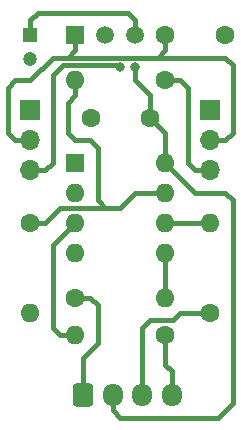
<source format=gtl>
G04 #@! TF.GenerationSoftware,KiCad,Pcbnew,(5.1.8)-1*
G04 #@! TF.CreationDate,2023-09-30T03:10:54+02:00*
G04 #@! TF.ProjectId,RC Exhaust System RGB,52432045-7868-4617-9573-742053797374,rev?*
G04 #@! TF.SameCoordinates,Original*
G04 #@! TF.FileFunction,Copper,L1,Top*
G04 #@! TF.FilePolarity,Positive*
%FSLAX46Y46*%
G04 Gerber Fmt 4.6, Leading zero omitted, Abs format (unit mm)*
G04 Created by KiCad (PCBNEW (5.1.8)-1) date 2023-09-30 03:10:54*
%MOMM*%
%LPD*%
G01*
G04 APERTURE LIST*
G04 #@! TA.AperFunction,ComponentPad*
%ADD10C,1.600000*%
G04 #@! TD*
G04 #@! TA.AperFunction,ComponentPad*
%ADD11O,1.600000X1.600000*%
G04 #@! TD*
G04 #@! TA.AperFunction,ComponentPad*
%ADD12O,1.700000X1.700000*%
G04 #@! TD*
G04 #@! TA.AperFunction,ComponentPad*
%ADD13R,1.700000X1.700000*%
G04 #@! TD*
G04 #@! TA.AperFunction,ComponentPad*
%ADD14R,1.600000X1.600000*%
G04 #@! TD*
G04 #@! TA.AperFunction,ComponentPad*
%ADD15R,1.200000X1.200000*%
G04 #@! TD*
G04 #@! TA.AperFunction,ComponentPad*
%ADD16C,1.200000*%
G04 #@! TD*
G04 #@! TA.AperFunction,ComponentPad*
%ADD17C,1.500000*%
G04 #@! TD*
G04 #@! TA.AperFunction,ComponentPad*
%ADD18R,1.500000X1.500000*%
G04 #@! TD*
G04 #@! TA.AperFunction,ComponentPad*
%ADD19O,1.700000X1.950000*%
G04 #@! TD*
G04 #@! TA.AperFunction,ViaPad*
%ADD20C,0.800000*%
G04 #@! TD*
G04 #@! TA.AperFunction,Conductor*
%ADD21C,0.381000*%
G04 #@! TD*
G04 APERTURE END LIST*
D10*
X84455000Y-76835000D03*
X89455000Y-76835000D03*
X78185000Y-83820000D03*
X83185000Y-83820000D03*
X76835000Y-99060000D03*
D11*
X84455000Y-99060000D03*
X88265000Y-92710000D03*
D10*
X88265000Y-100330000D03*
D12*
X88265000Y-88265000D03*
X88265000Y-85725000D03*
D13*
X88265000Y-83185000D03*
D14*
X76835000Y-87630000D03*
D11*
X84455000Y-95250000D03*
X76835000Y-90170000D03*
X84455000Y-92710000D03*
X76835000Y-92710000D03*
X84455000Y-90170000D03*
X76835000Y-95250000D03*
X84455000Y-87630000D03*
D15*
X73025000Y-76835000D03*
D16*
X73025000Y-78835000D03*
D13*
X73025000Y-83185000D03*
D12*
X73025000Y-85725000D03*
X73025000Y-88265000D03*
D17*
X79375000Y-76835000D03*
X81915000Y-76835000D03*
D18*
X76835000Y-76835000D03*
D10*
X84455000Y-102235000D03*
D11*
X76835000Y-102235000D03*
X76835000Y-80645000D03*
D10*
X84455000Y-80645000D03*
X73025000Y-92710000D03*
D11*
X73025000Y-100330000D03*
G04 #@! TA.AperFunction,ComponentPad*
G36*
G01*
X76620000Y-108040000D02*
X76620000Y-106590000D01*
G75*
G02*
X76870000Y-106340000I250000J0D01*
G01*
X78070000Y-106340000D01*
G75*
G02*
X78320000Y-106590000I0J-250000D01*
G01*
X78320000Y-108040000D01*
G75*
G02*
X78070000Y-108290000I-250000J0D01*
G01*
X76870000Y-108290000D01*
G75*
G02*
X76620000Y-108040000I0J250000D01*
G01*
G37*
G04 #@! TD.AperFunction*
D19*
X79970000Y-107315000D03*
X82470000Y-107315000D03*
X84970000Y-107315000D03*
D20*
X81915000Y-79530500D03*
X80645000Y-79530500D03*
D21*
X73025000Y-76835000D02*
X73025000Y-75565000D01*
X73025000Y-75565000D02*
X73660000Y-74930000D01*
X73660000Y-74930000D02*
X81280000Y-74930000D01*
X81915000Y-75565000D02*
X81915000Y-76835000D01*
X81280000Y-74930000D02*
X81915000Y-75565000D01*
X84455000Y-85090000D02*
X83185000Y-83820000D01*
X84455000Y-87630000D02*
X84455000Y-85090000D01*
X81915000Y-80645000D02*
X81915000Y-79530500D01*
X83185000Y-81915000D02*
X81915000Y-80645000D01*
X83185000Y-83820000D02*
X83185000Y-81915000D01*
X84455000Y-87630000D02*
X86995000Y-90170000D01*
X86995000Y-90170000D02*
X89535000Y-90170000D01*
X89535000Y-90170000D02*
X90170000Y-90805000D01*
X90170000Y-90805000D02*
X90170000Y-107950000D01*
X90170000Y-107950000D02*
X88900000Y-109220000D01*
X88900000Y-109220000D02*
X80645000Y-109220000D01*
X79970000Y-108545000D02*
X79970000Y-107315000D01*
X80645000Y-109220000D02*
X79970000Y-108545000D01*
X76835000Y-76835000D02*
X76835000Y-78105000D01*
X77470000Y-78740000D02*
X83820000Y-78740000D01*
X84455000Y-78105000D02*
X84455000Y-76835000D01*
X83820000Y-78740000D02*
X84455000Y-78105000D01*
X83820000Y-78740000D02*
X89535000Y-78740000D01*
X89535000Y-78740000D02*
X90170000Y-79375000D01*
X90170000Y-79375000D02*
X90170000Y-85090000D01*
X89535000Y-85725000D02*
X88265000Y-85725000D01*
X90170000Y-85090000D02*
X89535000Y-85725000D01*
X76835000Y-78105000D02*
X76200000Y-78740000D01*
X76200000Y-78740000D02*
X77470000Y-78740000D01*
X74930000Y-78740000D02*
X76200000Y-78740000D01*
X71755000Y-80645000D02*
X73025000Y-80645000D01*
X71120000Y-85090000D02*
X71120000Y-81280000D01*
X73025000Y-80645000D02*
X74930000Y-78740000D01*
X71755000Y-85725000D02*
X71120000Y-85090000D01*
X71120000Y-81280000D02*
X71755000Y-80645000D01*
X73025000Y-85725000D02*
X71755000Y-85725000D01*
X81915000Y-90170000D02*
X84455000Y-90170000D01*
X80645000Y-91440000D02*
X81915000Y-90170000D01*
X78740000Y-86360000D02*
X78740000Y-90805000D01*
X78105000Y-85725000D02*
X78740000Y-86360000D01*
X76835000Y-85725000D02*
X78105000Y-85725000D01*
X76200000Y-85090000D02*
X76835000Y-85725000D01*
X76835000Y-81915000D02*
X76200000Y-82550000D01*
X76835000Y-80645000D02*
X76835000Y-81915000D01*
X76200000Y-82550000D02*
X76200000Y-85090000D01*
X78740000Y-90805000D02*
X79375000Y-91440000D01*
X79375000Y-91440000D02*
X80645000Y-91440000D01*
X75565000Y-91440000D02*
X78105000Y-91440000D01*
X74295000Y-92710000D02*
X75565000Y-91440000D01*
X78105000Y-91440000D02*
X79375000Y-91440000D01*
X73025000Y-92710000D02*
X74295000Y-92710000D01*
X84455000Y-95250000D02*
X84455000Y-99060000D01*
X84455000Y-92710000D02*
X88265000Y-92710000D01*
X76835000Y-99060000D02*
X78105000Y-99060000D01*
X78105000Y-99060000D02*
X78740000Y-99695000D01*
X78740000Y-99695000D02*
X78740000Y-102870000D01*
X77470000Y-104140000D02*
X77470000Y-107315000D01*
X78740000Y-102870000D02*
X77470000Y-104140000D01*
X88265000Y-88265000D02*
X86995000Y-88265000D01*
X86995000Y-88265000D02*
X86360000Y-87630000D01*
X86360000Y-87630000D02*
X86360000Y-81280000D01*
X85725000Y-80645000D02*
X84455000Y-80645000D01*
X86360000Y-81280000D02*
X85725000Y-80645000D01*
X73025000Y-88265000D02*
X74295000Y-88265000D01*
X74295000Y-88265000D02*
X74930000Y-87630000D01*
X74930000Y-87630000D02*
X74930000Y-86360000D01*
X74930000Y-86360000D02*
X74930000Y-80196672D01*
X74930000Y-80196672D02*
X75751672Y-79375000D01*
X80489500Y-79375000D02*
X80645000Y-79530500D01*
X75751672Y-79375000D02*
X80489500Y-79375000D01*
X76835000Y-92710000D02*
X74930000Y-94615000D01*
X74930000Y-94615000D02*
X74930000Y-101600000D01*
X75565000Y-102235000D02*
X76835000Y-102235000D01*
X74930000Y-101600000D02*
X75565000Y-102235000D01*
X85725000Y-100330000D02*
X88265000Y-100330000D01*
X85090000Y-100965000D02*
X85725000Y-100330000D01*
X83185000Y-100965000D02*
X85090000Y-100965000D01*
X82470000Y-101680000D02*
X83185000Y-100965000D01*
X82470000Y-107315000D02*
X82470000Y-101680000D01*
X84970000Y-107315000D02*
X84970000Y-105290000D01*
X84455000Y-104775000D02*
X84455000Y-102235000D01*
X84970000Y-105290000D02*
X84455000Y-104775000D01*
M02*

</source>
